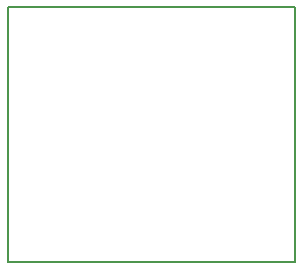
<source format=gm1>
G04 MADE WITH FRITZING*
G04 WWW.FRITZING.ORG*
G04 DOUBLE SIDED*
G04 HOLES PLATED*
G04 CONTOUR ON CENTER OF CONTOUR VECTOR*
%ASAXBY*%
%FSLAX23Y23*%
%MOIN*%
%OFA0B0*%
%SFA1.0B1.0*%
%ADD10R,0.964417X0.859287*%
%ADD11C,0.008000*%
%ADD10C,0.008*%
%LNCONTOUR*%
G90*
G70*
G54D10*
G54D11*
X4Y855D02*
X960Y855D01*
X960Y4D01*
X4Y4D01*
X4Y855D01*
D02*
G04 End of contour*
M02*
</source>
